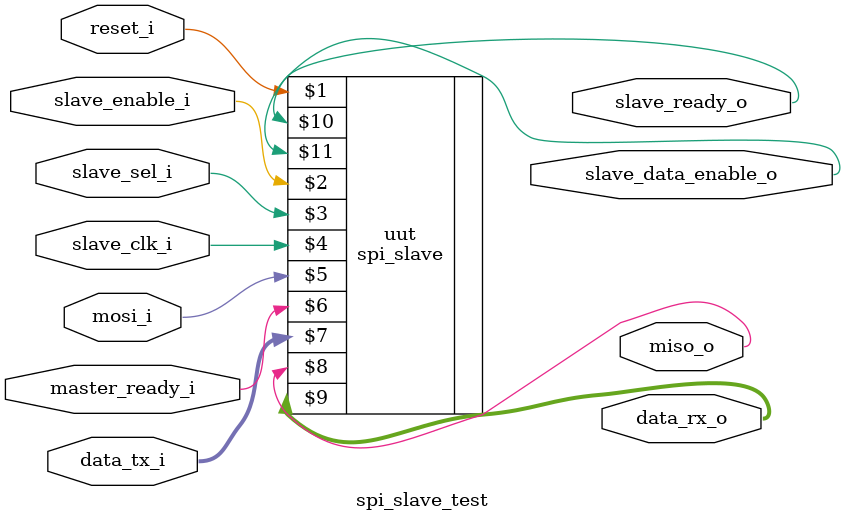
<source format=v>
module spi_slave_test #(parameter WIDTH = 8,
                   parameter ct    = $clog2(WIDTH))
                  (input                  reset_i,
                   input                  slave_enable_i,
                   input                  slave_sel_i,
                   input                  slave_clk_i,
                   input                  mosi_i,
                   input                  master_ready_i,
                   input      [WIDTH-1:0] data_tx_i,
                   output reg             miso_o,
                   output     [WIDTH-1:0] data_rx_o,
                   output                 slave_ready_o,
                   output                 slave_data_enable_o);
                   
                   
                   
                   
     spi_slave uut(                  reset_i,
                                     slave_enable_i,
                                     slave_sel_i,
                                     slave_clk_i,
                                     mosi_i,
                                     master_ready_i,
                                     data_tx_i,
                                     miso_o,
                                     data_rx_o,
                                     slave_ready_o,
                                     slave_data_enable_o);            
            
                   
    initial begin
        $dumpfile("slave_dump.vcd");
        $dumpvars(1, spi_slave_test);
    end
    
endmodule


</source>
